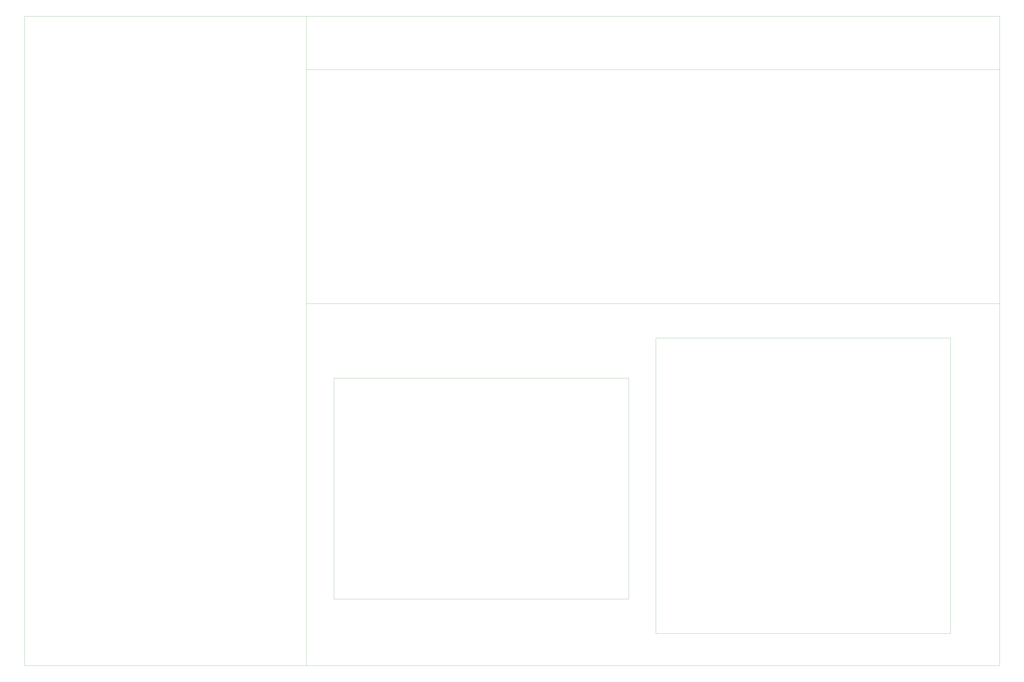
<source format=gm1>
G04 #@! TF.FileFunction,Profile,NP*
%FSLAX46Y46*%
G04 Gerber Fmt 4.6, Leading zero omitted, Abs format (unit mm)*
G04 Created by KiCad (PCBNEW 4.1.0-alpha+201607281302+6996~46~ubuntu14.04.1-product) date Mon Aug 15 03:55:40 2016*
%MOMM*%
%LPD*%
G01*
G04 APERTURE LIST*
%ADD10C,0.100000*%
G04 APERTURE END LIST*
D10*
X170500000Y-195200000D02*
X308750000Y-195200000D01*
X170500000Y-195200000D02*
X170500000Y-195200000D01*
X170500000Y-298900000D02*
X170500000Y-195200000D01*
X321400000Y-176450000D02*
X459650000Y-176450000D01*
X308750000Y-298900000D02*
X308750000Y-195200000D01*
X25400000Y-25400000D02*
X482600000Y-25400000D01*
X321394800Y-315104400D02*
X321394800Y-176464400D01*
X25400000Y-330200000D02*
X25400000Y-25400000D01*
X482600000Y-330200000D02*
X25400000Y-330200000D01*
X482600000Y-25400000D02*
X482600000Y-330200000D01*
X157600000Y-50400000D02*
X482600000Y-50400000D01*
X459624900Y-176464400D02*
X459624900Y-315104400D01*
X459624900Y-315104400D02*
X321394800Y-315104400D01*
X308748100Y-298908000D02*
X170518000Y-298908000D01*
X157581600Y-25400000D02*
X157581600Y-330200000D01*
X482600000Y-160229600D02*
X157581600Y-160229600D01*
M02*

</source>
